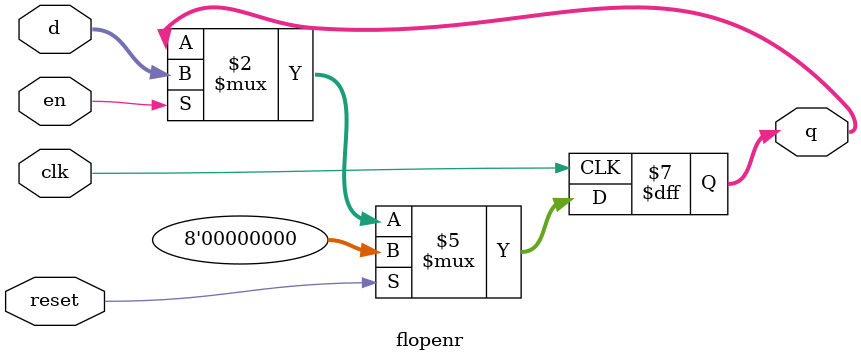
<source format=sv>
module condlogic(input logic clk, reset,
                 input logic pcs, nextpc,
                 input logic regw,
                 input logic memw,
                 input logic [1:0] flagw,
                 input logic [3:0] cond,
                 input logic [3:0] aluflags,
                 output logic pcsrc, regwrite, memwrite);
    logic [1:0] FlagWrite;
    logic [3:0] Flags;
    logic CondEx;

    flopenr #(2)flagreg1(clk, reset, FlagWrite[1], aluflags[3:2], Flags[3:2]);
    flopenr #(2)flagreg0(clk, reset, FlagWrite[0], aluflags[1:0], Flags[1:0]);
    flopenr #(1)condex(clk, reset, 1'b1, CondEx, CondExOut);

    //write controls are conditional
    condcheck cc(cond, Flags, CondEx);

    assign FlagWrite = flagw & {2{CondExOut}};
    assign regwrite  = regw  & CondExOut;
    assign memwrite  = memw  & CondExOut;
    assign pcsrc     = (pcs  & CondExOut) | nextpc;
endmodule

module flopenr #(parameter WIDTH = 8)
 (input logic clk, reset, en,
 input logic [WIDTH-1:0] d,
 output logic [WIDTH-1:0] q);
 always_ff @(posedge clk)
 if (reset) q <= 0;
 else if (en) q <= d;
endmodule




</source>
